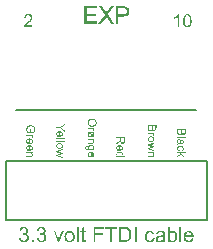
<source format=gto>
%FSLAX33Y33*%
%MOMM*%
%ADD10C,0.127*%
%ADD11C,0.15*%
D10*
%LNtop silkscreen_traces*%
%LNtop silkscreen component f98de3a3528428db*%
G01*
X16510Y11938D02*
X1270Y11938D01*
G36*
X2624Y19100D02*
X2624Y18971D01*
X1903Y18971D01*
X1904Y18995D01*
X1906Y19018D01*
X1911Y19041D01*
X1919Y19064D01*
X1935Y19101D01*
X1955Y19137D01*
X1979Y19173D01*
X2007Y19209D01*
X2041Y19246D01*
X2081Y19286D01*
X2128Y19329D01*
X2182Y19374D01*
X2264Y19443D01*
X2331Y19505D01*
X2384Y19559D01*
X2423Y19605D01*
X2450Y19647D01*
X2469Y19688D01*
X2481Y19728D01*
X2485Y19766D01*
X2481Y19805D01*
X2471Y19840D01*
X2453Y19872D01*
X2428Y19901D01*
X2398Y19925D01*
X2363Y19942D01*
X2323Y19952D01*
X2280Y19955D01*
X2234Y19952D01*
X2193Y19941D01*
X2156Y19923D01*
X2125Y19897D01*
X2099Y19866D01*
X2081Y19828D01*
X2070Y19785D01*
X2066Y19737D01*
X1928Y19751D01*
X1940Y19823D01*
X1962Y19887D01*
X1994Y19941D01*
X2035Y19986D01*
X2085Y20021D01*
X2143Y20046D01*
X2209Y20061D01*
X2283Y20066D01*
X2357Y20061D01*
X2423Y20045D01*
X2481Y20017D01*
X2531Y19979D01*
X2571Y19933D01*
X2600Y19882D01*
X2617Y19825D01*
X2623Y19764D01*
X2621Y19731D01*
X2616Y19699D01*
X2608Y19667D01*
X2596Y19635D01*
X2580Y19603D01*
X2560Y19570D01*
X2536Y19536D01*
X2507Y19502D01*
X2471Y19463D01*
X2424Y19419D01*
X2368Y19367D01*
X2301Y19310D01*
X2246Y19263D01*
X2202Y19225D01*
X2168Y19194D01*
X2146Y19172D01*
X2129Y19154D01*
X2114Y19136D01*
X2101Y19118D01*
X2089Y19100D01*
X2624Y19100D01*
X2624Y19100D01*
X15050Y18971D02*
X14916Y18971D01*
X14916Y19825D01*
X14890Y19801D01*
X14860Y19778D01*
X14826Y19755D01*
X14789Y19732D01*
X14751Y19711D01*
X14714Y19692D01*
X14680Y19676D01*
X14648Y19663D01*
X14648Y19793D01*
X14702Y19820D01*
X14753Y19851D01*
X14800Y19884D01*
X14844Y19921D01*
X14883Y19958D01*
X14916Y19995D01*
X14943Y20031D01*
X14963Y20066D01*
X15050Y20066D01*
X15050Y18971D01*
X15050Y18971D01*
X15393Y19509D02*
X15395Y19601D01*
X15403Y19684D01*
X15415Y19757D01*
X15432Y19820D01*
X15455Y19876D01*
X15482Y19925D01*
X15514Y19967D01*
X15551Y20002D01*
X15593Y20030D01*
X15639Y20050D01*
X15691Y20062D01*
X15748Y20066D01*
X15791Y20064D01*
X15831Y20058D01*
X15868Y20046D01*
X15902Y20031D01*
X15934Y20011D01*
X15963Y19988D01*
X15989Y19960D01*
X16012Y19929D01*
X16032Y19894D01*
X16050Y19855D01*
X16066Y19813D01*
X16080Y19767D01*
X16090Y19715D01*
X16098Y19655D01*
X16103Y19586D01*
X16104Y19509D01*
X16102Y19418D01*
X16094Y19336D01*
X16082Y19263D01*
X16065Y19199D01*
X16042Y19143D01*
X16015Y19095D01*
X15983Y19052D01*
X15947Y19017D01*
X15905Y18989D01*
X15858Y18968D01*
X15806Y18956D01*
X15748Y18952D01*
X15738Y18953D01*
X15748Y19063D01*
X15793Y19068D01*
X15833Y19085D01*
X15870Y19113D01*
X15904Y19152D01*
X15931Y19208D01*
X15951Y19286D01*
X15962Y19386D01*
X15966Y19509D01*
X15962Y19632D01*
X15951Y19733D01*
X15931Y19811D01*
X15904Y19867D01*
X15870Y19906D01*
X15833Y19933D01*
X15792Y19950D01*
X15747Y19955D01*
X15703Y19951D01*
X15664Y19936D01*
X15629Y19912D01*
X15600Y19877D01*
X15569Y19817D01*
X15548Y19735D01*
X15535Y19633D01*
X15530Y19509D01*
X15530Y19509D01*
X15534Y19386D01*
X15546Y19285D01*
X15566Y19207D01*
X15593Y19151D01*
X15626Y19113D01*
X15663Y19085D01*
X15704Y19068D01*
X15748Y19063D01*
X15738Y18953D01*
X15674Y18959D01*
X15608Y18981D01*
X15550Y19016D01*
X15501Y19066D01*
X15453Y19144D01*
X15420Y19244D01*
X15399Y19366D01*
X15393Y19509D01*
X15393Y19509D01*
X7018Y19253D02*
X7018Y20708D01*
X8069Y20708D01*
X8069Y20536D01*
X7210Y20536D01*
X7210Y20091D01*
X8015Y20091D01*
X8015Y19920D01*
X7210Y19920D01*
X7210Y19425D01*
X8103Y19425D01*
X8103Y19253D01*
X7018Y19253D01*
X7018Y19253D01*
X8221Y19253D02*
X8784Y20011D01*
X8288Y20708D01*
X8517Y20708D01*
X8781Y20335D01*
X8819Y20280D01*
X8851Y20232D01*
X8878Y20191D01*
X8898Y20156D01*
X8923Y20196D01*
X8951Y20237D01*
X8981Y20279D01*
X9013Y20322D01*
X9306Y20708D01*
X9515Y20708D01*
X9004Y20022D01*
X9555Y19253D01*
X9317Y19253D01*
X8951Y19772D01*
X8935Y19795D01*
X8919Y19819D01*
X8903Y19844D01*
X8887Y19869D01*
X8864Y19833D01*
X8845Y19802D01*
X8830Y19778D01*
X8818Y19760D01*
X8452Y19253D01*
X8221Y19253D01*
X8221Y19253D01*
X9724Y19253D02*
X9724Y20708D01*
X10273Y20708D01*
X10341Y20707D01*
X10401Y20704D01*
X10452Y20700D01*
X10494Y20694D01*
X10546Y20683D01*
X10593Y20668D01*
X10636Y20649D01*
X10674Y20626D01*
X10708Y20598D01*
X10739Y20566D01*
X10767Y20528D01*
X10791Y20485D01*
X10810Y20439D01*
X10824Y20391D01*
X10832Y20340D01*
X10835Y20287D01*
X10827Y20198D01*
X10805Y20116D01*
X10768Y20041D01*
X10717Y19973D01*
X10646Y19917D01*
X10551Y19877D01*
X10432Y19853D01*
X10389Y19850D01*
X10379Y20021D01*
X10452Y20034D01*
X10512Y20055D01*
X10558Y20086D01*
X10592Y20124D01*
X10617Y20169D01*
X10631Y20222D01*
X10636Y20281D01*
X10633Y20325D01*
X10625Y20366D01*
X10610Y20403D01*
X10590Y20437D01*
X10565Y20467D01*
X10537Y20491D01*
X10504Y20510D01*
X10469Y20523D01*
X10439Y20529D01*
X10399Y20533D01*
X10349Y20535D01*
X10289Y20536D01*
X9917Y20536D01*
X9917Y20016D01*
X9917Y20016D01*
X10293Y20016D01*
X10379Y20021D01*
X10389Y19850D01*
X10290Y19845D01*
X9917Y19845D01*
X9917Y19253D01*
X9724Y19253D01*
X9724Y19253D01*
G37*
%LNtop silkscreen component 9df862e34fc6b5e4*%
D11*
X17390Y7580D02*
X17390Y2580D01*
X17390Y7580D02*
X0390Y7580D01*
X0390Y2580*
X17390Y2580*
%LNtext*%
G36*
X2407Y10279D02*
X2493Y10279D01*
X2493Y9971D01*
X2223Y9971D01*
X2197Y10007D01*
X2174Y10043D01*
X2154Y10080D01*
X2138Y10117D01*
X2126Y10155D01*
X2117Y10194D01*
X2111Y10233D01*
X2110Y10272D01*
X2112Y10324D01*
X2121Y10374D01*
X2135Y10422D01*
X2155Y10467D01*
X2181Y10508D01*
X2212Y10544D01*
X2247Y10574D01*
X2288Y10599D01*
X2333Y10619D01*
X2380Y10633D01*
X2430Y10641D01*
X2482Y10644D01*
X2534Y10641D01*
X2585Y10633D01*
X2633Y10619D01*
X2680Y10599D01*
X2723Y10575D01*
X2761Y10545D01*
X2792Y10511D01*
X2817Y10472D01*
X2837Y10428D01*
X2851Y10382D01*
X2859Y10332D01*
X2862Y10280D01*
X2860Y10241D01*
X2855Y10204D01*
X2847Y10170D01*
X2836Y10137D01*
X2822Y10107D01*
X2806Y10080D01*
X2787Y10057D01*
X2765Y10037D01*
X2740Y10020D01*
X2712Y10005D01*
X2681Y9992D01*
X2646Y9982D01*
X2622Y10069D01*
X2648Y10077D01*
X2672Y10087D01*
X2692Y10098D01*
X2709Y10109D01*
X2724Y10123D01*
X2738Y10139D01*
X2750Y10158D01*
X2760Y10179D01*
X2769Y10202D01*
X2775Y10227D01*
X2778Y10252D01*
X2779Y10279D01*
X2778Y10311D01*
X2774Y10341D01*
X2768Y10368D01*
X2759Y10393D01*
X2748Y10416D01*
X2736Y10437D01*
X2722Y10455D01*
X2706Y10471D01*
X2690Y10485D01*
X2672Y10497D01*
X2654Y10508D01*
X2634Y10517D01*
X2600Y10529D01*
X2564Y10538D01*
X2527Y10543D01*
X2488Y10545D01*
X2441Y10542D01*
X2399Y10536D01*
X2360Y10526D01*
X2325Y10511D01*
X2295Y10492D01*
X2268Y10470D01*
X2246Y10444D01*
X2228Y10414D01*
X2214Y10381D01*
X2204Y10348D01*
X2198Y10313D01*
X2196Y10278D01*
X2198Y10247D01*
X2202Y10216D01*
X2210Y10186D01*
X2220Y10156D01*
X2233Y10128D01*
X2245Y10103D01*
X2258Y10082D01*
X2272Y10065D01*
X2407Y10065D01*
X2407Y10279D01*
X2407Y10279D01*
X2122Y9842D02*
X2649Y9842D01*
X2649Y9761D01*
X2569Y9761D01*
X2595Y9746D01*
X2615Y9732D01*
X2632Y9718D01*
X2643Y9704D01*
X2651Y9691D01*
X2656Y9677D01*
X2660Y9662D01*
X2661Y9647D01*
X2659Y9624D01*
X2654Y9602D01*
X2645Y9578D01*
X2632Y9555D01*
X2549Y9586D01*
X2558Y9602D01*
X2564Y9619D01*
X2567Y9635D01*
X2568Y9652D01*
X2567Y9666D01*
X2564Y9679D01*
X2559Y9692D01*
X2551Y9704D01*
X2541Y9715D01*
X2530Y9724D01*
X2517Y9732D01*
X2502Y9737D01*
X2478Y9744D01*
X2452Y9748D01*
X2426Y9751D01*
X2398Y9752D01*
X2122Y9752D01*
X2122Y9842D01*
X2122Y9842D01*
X2292Y9142D02*
X2280Y9049D01*
X2242Y9063D01*
X2208Y9080D01*
X2179Y9103D01*
X2155Y9130D01*
X2135Y9162D01*
X2121Y9197D01*
X2113Y9237D01*
X2110Y9281D01*
X2115Y9336D01*
X2128Y9385D01*
X2150Y9427D01*
X2181Y9464D01*
X2220Y9494D01*
X2267Y9515D01*
X2320Y9528D01*
X2381Y9532D01*
X2444Y9528D01*
X2499Y9515D01*
X2547Y9493D01*
X2587Y9464D01*
X2619Y9427D01*
X2642Y9385D01*
X2656Y9338D01*
X2661Y9286D01*
X2660Y9278D01*
X2587Y9285D01*
X2585Y9314D01*
X2577Y9342D01*
X2564Y9366D01*
X2546Y9388D01*
X2524Y9407D01*
X2498Y9421D01*
X2469Y9430D01*
X2436Y9435D01*
X2436Y9435D01*
X2436Y9141D01*
X2467Y9145D01*
X2494Y9152D01*
X2517Y9162D01*
X2536Y9174D01*
X2558Y9197D01*
X2574Y9223D01*
X2584Y9253D01*
X2587Y9285D01*
X2660Y9278D01*
X2656Y9235D01*
X2643Y9190D01*
X2620Y9149D01*
X2589Y9113D01*
X2549Y9084D01*
X2502Y9063D01*
X2448Y9050D01*
X2386Y9046D01*
X2382Y9046D01*
X2376Y9046D01*
X2370Y9047D01*
X2363Y9047D01*
X2363Y9440D01*
X2322Y9435D01*
X2286Y9425D01*
X2255Y9410D01*
X2230Y9391D01*
X2209Y9367D01*
X2195Y9341D01*
X2186Y9312D01*
X2184Y9280D01*
X2185Y9257D01*
X2190Y9235D01*
X2198Y9215D01*
X2209Y9197D01*
X2224Y9180D01*
X2243Y9165D01*
X2265Y9153D01*
X2292Y9142D01*
X2292Y9142D01*
X2292Y8576D02*
X2280Y8484D01*
X2242Y8497D01*
X2208Y8515D01*
X2179Y8538D01*
X2155Y8565D01*
X2135Y8597D01*
X2121Y8632D01*
X2113Y8672D01*
X2110Y8716D01*
X2115Y8771D01*
X2128Y8820D01*
X2150Y8862D01*
X2181Y8899D01*
X2220Y8929D01*
X2267Y8950D01*
X2320Y8963D01*
X2381Y8967D01*
X2444Y8963D01*
X2499Y8950D01*
X2547Y8928D01*
X2587Y8898D01*
X2619Y8862D01*
X2642Y8820D01*
X2656Y8773D01*
X2661Y8721D01*
X2660Y8713D01*
X2587Y8720D01*
X2585Y8749D01*
X2577Y8776D01*
X2564Y8801D01*
X2546Y8823D01*
X2524Y8842D01*
X2498Y8856D01*
X2469Y8865D01*
X2436Y8870D01*
X2436Y8870D01*
X2436Y8575D01*
X2467Y8580D01*
X2494Y8587D01*
X2517Y8597D01*
X2536Y8609D01*
X2558Y8632D01*
X2574Y8658D01*
X2584Y8687D01*
X2587Y8720D01*
X2660Y8713D01*
X2656Y8670D01*
X2643Y8625D01*
X2620Y8584D01*
X2589Y8548D01*
X2549Y8519D01*
X2502Y8498D01*
X2448Y8485D01*
X2386Y8481D01*
X2382Y8481D01*
X2376Y8481D01*
X2370Y8482D01*
X2363Y8482D01*
X2363Y8875D01*
X2322Y8870D01*
X2286Y8860D01*
X2255Y8845D01*
X2230Y8826D01*
X2209Y8802D01*
X2195Y8776D01*
X2186Y8747D01*
X2184Y8715D01*
X2185Y8692D01*
X2190Y8670D01*
X2198Y8650D01*
X2209Y8632D01*
X2224Y8615D01*
X2243Y8600D01*
X2265Y8588D01*
X2292Y8576D01*
X2292Y8576D01*
X2122Y8372D02*
X2649Y8372D01*
X2649Y8292D01*
X2574Y8292D01*
X2612Y8259D01*
X2639Y8221D01*
X2655Y8176D01*
X2661Y8124D01*
X2660Y8101D01*
X2656Y8078D01*
X2651Y8057D01*
X2644Y8036D01*
X2634Y8018D01*
X2624Y8002D01*
X2612Y7988D01*
X2599Y7977D01*
X2584Y7968D01*
X2568Y7960D01*
X2551Y7954D01*
X2533Y7949D01*
X2518Y7947D01*
X2499Y7945D01*
X2475Y7944D01*
X2446Y7944D01*
X2122Y7944D01*
X2122Y8033D01*
X2442Y8033D01*
X2468Y8034D01*
X2490Y8036D01*
X2509Y8039D01*
X2524Y8044D01*
X2537Y8050D01*
X2548Y8058D01*
X2558Y8068D01*
X2567Y8081D01*
X2574Y8094D01*
X2579Y8109D01*
X2582Y8126D01*
X2583Y8143D01*
X2581Y8170D01*
X2574Y8196D01*
X2563Y8220D01*
X2547Y8241D01*
X2525Y8259D01*
X2495Y8272D01*
X2456Y8280D01*
X2410Y8283D01*
X2122Y8283D01*
X2122Y8372D01*
X2122Y8372D01*
X1504Y1098D02*
X1660Y1119D01*
X1676Y1057D01*
X1697Y1005D01*
X1722Y0961D01*
X1752Y0927D01*
X1786Y0902D01*
X1824Y0883D01*
X1865Y0872D01*
X1910Y0869D01*
X1963Y0874D01*
X2011Y0888D01*
X2056Y0912D01*
X2096Y0945D01*
X2129Y0986D01*
X2153Y1031D01*
X2167Y1080D01*
X2172Y1134D01*
X2167Y1186D01*
X2154Y1233D01*
X2132Y1275D01*
X2101Y1312D01*
X2064Y1343D01*
X2022Y1364D01*
X1974Y1378D01*
X1923Y1382D01*
X1899Y1381D01*
X1873Y1378D01*
X1844Y1372D01*
X1812Y1365D01*
X1830Y1502D01*
X1837Y1501D01*
X1844Y1500D01*
X1850Y1500D01*
X1855Y1500D01*
X1904Y1503D01*
X1950Y1513D01*
X1993Y1529D01*
X2035Y1552D01*
X2070Y1582D01*
X2094Y1618D01*
X2109Y1662D01*
X2114Y1713D01*
X2111Y1754D01*
X2100Y1791D01*
X2082Y1825D01*
X2056Y1855D01*
X2025Y1880D01*
X1990Y1897D01*
X1950Y1908D01*
X1906Y1911D01*
X1862Y1908D01*
X1823Y1897D01*
X1786Y1879D01*
X1754Y1854D01*
X1726Y1822D01*
X1704Y1783D01*
X1687Y1736D01*
X1676Y1682D01*
X1520Y1710D01*
X1539Y1784D01*
X1567Y1849D01*
X1604Y1906D01*
X1650Y1954D01*
X1704Y1991D01*
X1764Y2018D01*
X1830Y2035D01*
X1903Y2040D01*
X1954Y2037D01*
X2003Y2029D01*
X2050Y2015D01*
X2094Y1995D01*
X2136Y1971D01*
X2172Y1942D01*
X2203Y1910D01*
X2229Y1873D01*
X2249Y1834D01*
X2263Y1794D01*
X2272Y1752D01*
X2275Y1709D01*
X2272Y1669D01*
X2264Y1630D01*
X2250Y1594D01*
X2231Y1559D01*
X2206Y1527D01*
X2176Y1498D01*
X2140Y1473D01*
X2100Y1451D01*
X2153Y1435D01*
X2200Y1411D01*
X2241Y1381D01*
X2275Y1343D01*
X2302Y1300D01*
X2322Y1251D01*
X2334Y1197D01*
X2338Y1138D01*
X2330Y1058D01*
X2307Y0984D01*
X2269Y0916D01*
X2216Y0855D01*
X2151Y0805D01*
X2078Y0768D01*
X1998Y0747D01*
X1909Y0739D01*
X1828Y0746D01*
X1755Y0764D01*
X1689Y0796D01*
X1630Y0839D01*
X1581Y0893D01*
X1544Y0954D01*
X1518Y1022D01*
X1504Y1098D01*
X1504Y1098D01*
X2580Y0762D02*
X2580Y0940D01*
X2758Y0940D01*
X2758Y0762D01*
X2580Y0762D01*
X2580Y0762D01*
X2987Y1098D02*
X3143Y1119D01*
X3159Y1057D01*
X3180Y1005D01*
X3205Y0961D01*
X3235Y0927D01*
X3269Y0902D01*
X3307Y0883D01*
X3348Y0872D01*
X3392Y0869D01*
X3445Y0874D01*
X3494Y0888D01*
X3538Y0912D01*
X3579Y0945D01*
X3612Y0986D01*
X3636Y1031D01*
X3650Y1080D01*
X3655Y1134D01*
X3650Y1186D01*
X3637Y1233D01*
X3615Y1275D01*
X3584Y1312D01*
X3547Y1343D01*
X3504Y1364D01*
X3457Y1378D01*
X3405Y1382D01*
X3382Y1381D01*
X3356Y1378D01*
X3327Y1372D01*
X3295Y1365D01*
X3313Y1502D01*
X3320Y1501D01*
X3327Y1500D01*
X3333Y1500D01*
X3338Y1500D01*
X3386Y1503D01*
X3433Y1513D01*
X3476Y1529D01*
X3517Y1552D01*
X3552Y1582D01*
X3577Y1618D01*
X3592Y1662D01*
X3597Y1713D01*
X3594Y1754D01*
X3583Y1791D01*
X3565Y1825D01*
X3539Y1855D01*
X3508Y1880D01*
X3472Y1897D01*
X3433Y1908D01*
X3389Y1911D01*
X3345Y1908D01*
X3305Y1897D01*
X3269Y1879D01*
X3237Y1854D01*
X3209Y1822D01*
X3187Y1783D01*
X3170Y1736D01*
X3159Y1682D01*
X3003Y1710D01*
X3021Y1784D01*
X3049Y1849D01*
X3087Y1906D01*
X3133Y1954D01*
X3187Y1991D01*
X3247Y2018D01*
X3313Y2035D01*
X3385Y2040D01*
X3436Y2037D01*
X3485Y2029D01*
X3532Y2015D01*
X3577Y1995D01*
X3619Y1971D01*
X3655Y1942D01*
X3686Y1910D01*
X3711Y1873D01*
X3732Y1834D01*
X3746Y1794D01*
X3755Y1752D01*
X3758Y1709D01*
X3755Y1669D01*
X3747Y1630D01*
X3733Y1594D01*
X3714Y1559D01*
X3689Y1527D01*
X3659Y1498D01*
X3623Y1473D01*
X3583Y1451D01*
X3636Y1435D01*
X3683Y1411D01*
X3723Y1381D01*
X3758Y1343D01*
X3785Y1300D01*
X3805Y1251D01*
X3816Y1197D01*
X3820Y1138D01*
X3813Y1058D01*
X3790Y0984D01*
X3752Y0916D01*
X3699Y0855D01*
X3634Y0805D01*
X3561Y0768D01*
X3480Y0747D01*
X3392Y0739D01*
X3311Y0746D01*
X3238Y0764D01*
X3172Y0796D01*
X3113Y0839D01*
X3064Y0893D01*
X3026Y0954D01*
X3001Y1022D01*
X2987Y1098D01*
X2987Y1098D01*
X4768Y0762D02*
X4418Y1684D01*
X4583Y1684D01*
X4781Y1132D01*
X4796Y1087D01*
X4811Y1041D01*
X4826Y0994D01*
X4840Y0946D01*
X4851Y0984D01*
X4865Y1026D01*
X4880Y1072D01*
X4898Y1121D01*
X5103Y1684D01*
X5263Y1684D01*
X4914Y0762D01*
X4768Y0762D01*
X4768Y0762D01*
X5343Y1223D02*
X5352Y1343D01*
X5379Y1446D01*
X5423Y1532D01*
X5486Y1602D01*
X5548Y1647D01*
X5618Y1679D01*
X5693Y1698D01*
X5776Y1705D01*
X5866Y1697D01*
X5948Y1674D01*
X6022Y1635D01*
X6086Y1580D01*
X6139Y1512D01*
X6177Y1432D01*
X6199Y1340D01*
X6207Y1236D01*
X6204Y1152D01*
X6194Y1077D01*
X6177Y1012D01*
X6154Y0956D01*
X6124Y0908D01*
X6088Y0865D01*
X6046Y0829D01*
X5998Y0798D01*
X5946Y0773D01*
X5892Y0755D01*
X5835Y0745D01*
X5776Y0741D01*
X5765Y0742D01*
X5776Y0870D01*
X5831Y0875D01*
X5882Y0892D01*
X5928Y0919D01*
X5969Y0958D01*
X6003Y1008D01*
X6027Y1070D01*
X6042Y1143D01*
X6046Y1228D01*
X6042Y1309D01*
X6027Y1379D01*
X6003Y1438D01*
X5969Y1487D01*
X5927Y1526D01*
X5882Y1553D01*
X5831Y1570D01*
X5776Y1575D01*
X5719Y1570D01*
X5668Y1554D01*
X5622Y1526D01*
X5581Y1488D01*
X5547Y1438D01*
X5523Y1378D01*
X5509Y1306D01*
X5504Y1223D01*
X5504Y1223D01*
X5509Y1140D01*
X5523Y1068D01*
X5547Y1007D01*
X5581Y0958D01*
X5622Y0919D01*
X5668Y0892D01*
X5719Y0875D01*
X5776Y0870D01*
X5765Y0742D01*
X5683Y0749D01*
X5600Y0772D01*
X5527Y0811D01*
X5463Y0865D01*
X5410Y0934D01*
X5373Y1017D01*
X5351Y1113D01*
X5343Y1223D01*
X5343Y1223D01*
X6387Y0762D02*
X6387Y2035D01*
X6543Y2035D01*
X6543Y0762D01*
X6387Y0762D01*
X6387Y0762D01*
X7126Y0902D02*
X7149Y0764D01*
X7117Y0758D01*
X7086Y0753D01*
X7058Y0751D01*
X7031Y0750D01*
X6991Y0752D01*
X6955Y0757D01*
X6925Y0765D01*
X6899Y0777D01*
X6877Y0791D01*
X6859Y0808D01*
X6844Y0827D01*
X6833Y0848D01*
X6825Y0875D01*
X6819Y0916D01*
X6815Y0968D01*
X6814Y1032D01*
X6814Y1562D01*
X6699Y1562D01*
X6699Y1684D01*
X6814Y1684D01*
X6814Y1912D01*
X6969Y2006D01*
X6969Y1684D01*
X7126Y1684D01*
X7126Y1562D01*
X6969Y1562D01*
X6969Y1023D01*
X6970Y0993D01*
X6971Y0968D01*
X6974Y0950D01*
X6977Y0937D01*
X6982Y0928D01*
X6988Y0920D01*
X6996Y0913D01*
X7004Y0907D01*
X7015Y0902D01*
X7027Y0899D01*
X7041Y0896D01*
X7058Y0896D01*
X7072Y0896D01*
X7088Y0897D01*
X7106Y0899D01*
X7126Y0902D01*
X7126Y0902D01*
X7802Y0762D02*
X7802Y2035D01*
X8660Y2035D01*
X8660Y1885D01*
X7970Y1885D01*
X7970Y1490D01*
X8567Y1490D01*
X8567Y1340D01*
X7970Y1340D01*
X7970Y0762D01*
X7802Y0762D01*
X7802Y0762D01*
X9203Y0762D02*
X9203Y1885D01*
X8784Y1885D01*
X8784Y2035D01*
X9792Y2035D01*
X9792Y1885D01*
X9371Y1885D01*
X9371Y0762D01*
X9203Y0762D01*
X9203Y0762D01*
X9965Y0762D02*
X9965Y2035D01*
X10401Y2035D01*
X10401Y1885D01*
X10134Y1885D01*
X10134Y0912D01*
X10134Y0912D01*
X10405Y0912D01*
X10465Y0914D01*
X10518Y0918D01*
X10564Y0925D01*
X10603Y0936D01*
X10637Y0949D01*
X10667Y0964D01*
X10694Y0982D01*
X10717Y1002D01*
X10745Y1034D01*
X10770Y1072D01*
X10792Y1115D01*
X10810Y1163D01*
X10825Y1216D01*
X10835Y1275D01*
X10842Y1339D01*
X10844Y1408D01*
X10840Y1502D01*
X10827Y1584D01*
X10807Y1655D01*
X10778Y1715D01*
X10744Y1764D01*
X10706Y1804D01*
X10664Y1836D01*
X10619Y1858D01*
X10580Y1870D01*
X10531Y1878D01*
X10471Y1883D01*
X10401Y1885D01*
X10401Y2035D01*
X10404Y2035D01*
X10473Y2034D01*
X10534Y2030D01*
X10587Y2024D01*
X10630Y2016D01*
X10683Y2001D01*
X10732Y1981D01*
X10776Y1956D01*
X10817Y1925D01*
X10864Y1880D01*
X10905Y1828D01*
X10939Y1771D01*
X10967Y1708D01*
X10989Y1639D01*
X11005Y1566D01*
X11014Y1488D01*
X11017Y1405D01*
X11015Y1335D01*
X11009Y1269D01*
X10998Y1206D01*
X10984Y1148D01*
X10965Y1095D01*
X10945Y1046D01*
X10922Y1002D01*
X10897Y0963D01*
X10870Y0928D01*
X10841Y0897D01*
X10812Y0871D01*
X10781Y0848D01*
X10748Y0828D01*
X10711Y0811D01*
X10672Y0796D01*
X10629Y0784D01*
X10583Y0774D01*
X10533Y0767D01*
X10480Y0763D01*
X10424Y0762D01*
X9965Y0762D01*
X9965Y0762D01*
X11278Y0762D02*
X11278Y2035D01*
X11446Y2035D01*
X11446Y0762D01*
X11278Y0762D01*
X11278Y0762D01*
X12819Y1100D02*
X12972Y1080D01*
X12955Y1005D01*
X12928Y0938D01*
X12891Y0880D01*
X12844Y0831D01*
X12789Y0792D01*
X12728Y0764D01*
X12661Y0747D01*
X12589Y0741D01*
X12499Y0749D01*
X12418Y0772D01*
X12347Y0811D01*
X12284Y0865D01*
X12234Y0933D01*
X12198Y1015D01*
X12177Y1111D01*
X12169Y1220D01*
X12173Y1292D01*
X12182Y1360D01*
X12197Y1423D01*
X12219Y1481D01*
X12247Y1533D01*
X12281Y1579D01*
X12322Y1617D01*
X12370Y1649D01*
X12421Y1673D01*
X12475Y1691D01*
X12531Y1701D01*
X12590Y1705D01*
X12661Y1700D01*
X12726Y1686D01*
X12784Y1662D01*
X12835Y1629D01*
X12879Y1587D01*
X12914Y1537D01*
X12940Y1479D01*
X12958Y1413D01*
X12806Y1390D01*
X12793Y1433D01*
X12776Y1471D01*
X12754Y1503D01*
X12729Y1529D01*
X12700Y1550D01*
X12668Y1565D01*
X12633Y1573D01*
X12596Y1576D01*
X12539Y1571D01*
X12489Y1555D01*
X12443Y1529D01*
X12404Y1492D01*
X12372Y1443D01*
X12348Y1382D01*
X12335Y1309D01*
X12330Y1224D01*
X12334Y1137D01*
X12348Y1063D01*
X12370Y1002D01*
X12401Y0954D01*
X12440Y0917D01*
X12483Y0891D01*
X12532Y0875D01*
X12587Y0870D01*
X12631Y0873D01*
X12671Y0884D01*
X12708Y0901D01*
X12741Y0926D01*
X12769Y0958D01*
X12791Y0998D01*
X12808Y1045D01*
X12819Y1100D01*
X12819Y1100D01*
X13708Y0876D02*
X13665Y0842D01*
X13659Y0837D01*
X13599Y0925D01*
X13627Y0950D01*
X13651Y0979D01*
X13670Y1011D01*
X13681Y1041D01*
X13689Y1077D01*
X13693Y1119D01*
X13695Y1167D01*
X13695Y1225D01*
X13695Y1225D01*
X13647Y1208D01*
X13588Y1193D01*
X13519Y1179D01*
X13440Y1166D01*
X13395Y1159D01*
X13357Y1151D01*
X13327Y1143D01*
X13303Y1134D01*
X13284Y1125D01*
X13268Y1113D01*
X13254Y1099D01*
X13242Y1084D01*
X13232Y1066D01*
X13225Y1048D01*
X13221Y1029D01*
X13220Y1009D01*
X13223Y0979D01*
X13232Y0952D01*
X13247Y0927D01*
X13267Y0905D01*
X13294Y0887D01*
X13326Y0874D01*
X13363Y0866D01*
X13406Y0864D01*
X13450Y0866D01*
X13491Y0873D01*
X13530Y0886D01*
X13566Y0903D01*
X13599Y0925D01*
X13659Y0837D01*
X13623Y0813D01*
X13581Y0789D01*
X13541Y0772D01*
X13500Y0758D01*
X13457Y0749D01*
X13414Y0743D01*
X13368Y0741D01*
X13297Y0746D01*
X13234Y0760D01*
X13180Y0783D01*
X13135Y0815D01*
X13099Y0855D01*
X13074Y0900D01*
X13058Y0950D01*
X13053Y1005D01*
X13055Y1038D01*
X13061Y1070D01*
X13071Y1100D01*
X13084Y1129D01*
X13101Y1155D01*
X13120Y1179D01*
X13141Y1200D01*
X13165Y1219D01*
X13191Y1235D01*
X13218Y1248D01*
X13247Y1260D01*
X13277Y1270D01*
X13303Y1276D01*
X13335Y1282D01*
X13373Y1288D01*
X13416Y1293D01*
X13505Y1305D01*
X13580Y1318D01*
X13644Y1332D01*
X13695Y1347D01*
X13695Y1362D01*
X13695Y1373D01*
X13696Y1382D01*
X13696Y1388D01*
X13693Y1432D01*
X13685Y1469D01*
X13671Y1499D01*
X13651Y1523D01*
X13618Y1546D01*
X13577Y1562D01*
X13529Y1572D01*
X13473Y1575D01*
X13422Y1573D01*
X13378Y1566D01*
X13341Y1554D01*
X13311Y1537D01*
X13286Y1514D01*
X13265Y1483D01*
X13247Y1445D01*
X13233Y1400D01*
X13080Y1421D01*
X13092Y1468D01*
X13108Y1510D01*
X13127Y1547D01*
X13149Y1579D01*
X13175Y1608D01*
X13207Y1633D01*
X13244Y1654D01*
X13287Y1672D01*
X13334Y1687D01*
X13384Y1697D01*
X13438Y1703D01*
X13496Y1705D01*
X13552Y1703D01*
X13603Y1698D01*
X13648Y1689D01*
X13688Y1677D01*
X13722Y1662D01*
X13752Y1646D01*
X13777Y1627D01*
X13796Y1607D01*
X13812Y1585D01*
X13826Y1560D01*
X13837Y1532D01*
X13845Y1501D01*
X13848Y1477D01*
X13851Y1445D01*
X13852Y1405D01*
X13853Y1357D01*
X13853Y1148D01*
X13853Y1049D01*
X13855Y0970D01*
X13858Y0912D01*
X13863Y0873D01*
X13869Y0844D01*
X13878Y0816D01*
X13889Y0789D01*
X13902Y0762D01*
X13739Y0762D01*
X13728Y0787D01*
X13719Y0815D01*
X13712Y0844D01*
X13708Y0876D01*
X13708Y0876D01*
X14239Y0762D02*
X14094Y0762D01*
X14094Y2035D01*
X14250Y2035D01*
X14250Y1581D01*
X14303Y1635D01*
X14363Y1674D01*
X14430Y1697D01*
X14503Y1705D01*
X14545Y1703D01*
X14586Y1696D01*
X14626Y1686D01*
X14664Y1671D01*
X14700Y1652D01*
X14733Y1629D01*
X14763Y1603D01*
X14789Y1574D01*
X14812Y1542D01*
X14833Y1506D01*
X14851Y1467D01*
X14866Y1424D01*
X14878Y1380D01*
X14887Y1334D01*
X14892Y1286D01*
X14894Y1237D01*
X14886Y1125D01*
X14864Y1027D01*
X14828Y0942D01*
X14777Y0871D01*
X14715Y0814D01*
X14648Y0774D01*
X14574Y0749D01*
X14495Y0741D01*
X14418Y0750D01*
X14350Y0775D01*
X14290Y0818D01*
X14245Y0871D01*
X14323Y0938D01*
X14369Y0900D01*
X14423Y0877D01*
X14482Y0870D01*
X14532Y0875D01*
X14578Y0892D01*
X14620Y0920D01*
X14659Y0959D01*
X14692Y1009D01*
X14715Y1069D01*
X14729Y1141D01*
X14734Y1224D01*
X14730Y1308D01*
X14716Y1381D01*
X14694Y1442D01*
X14662Y1490D01*
X14625Y1528D01*
X14583Y1555D01*
X14538Y1571D01*
X14489Y1576D01*
X14440Y1571D01*
X14394Y1554D01*
X14351Y1526D01*
X14312Y1487D01*
X14279Y1438D01*
X14256Y1379D01*
X14242Y1309D01*
X14237Y1230D01*
X14237Y1230D01*
X14240Y1153D01*
X14249Y1087D01*
X14263Y1033D01*
X14283Y0990D01*
X14323Y0938D01*
X14245Y0871D01*
X14239Y0877D01*
X14239Y0762D01*
X14239Y0762D01*
X15080Y0762D02*
X15080Y2035D01*
X15237Y2035D01*
X15237Y0762D01*
X15080Y0762D01*
X15080Y0762D01*
X16110Y1059D02*
X16272Y1039D01*
X16248Y0972D01*
X16217Y0913D01*
X16178Y0862D01*
X16130Y0819D01*
X16075Y0785D01*
X16012Y0761D01*
X15943Y0746D01*
X15866Y0741D01*
X15770Y0749D01*
X15685Y0772D01*
X15610Y0811D01*
X15545Y0866D01*
X15493Y0934D01*
X15456Y1015D01*
X15434Y1109D01*
X15427Y1215D01*
X15434Y1325D01*
X15457Y1422D01*
X15494Y1506D01*
X15547Y1576D01*
X15611Y1633D01*
X15684Y1673D01*
X15766Y1697D01*
X15857Y1705D01*
X15871Y1704D01*
X15859Y1576D01*
X15807Y1572D01*
X15760Y1558D01*
X15717Y1536D01*
X15678Y1504D01*
X15646Y1465D01*
X15621Y1420D01*
X15605Y1369D01*
X15597Y1312D01*
X15597Y1312D01*
X16112Y1312D01*
X16104Y1366D01*
X16092Y1413D01*
X16075Y1453D01*
X16053Y1486D01*
X16013Y1526D01*
X15967Y1554D01*
X15916Y1571D01*
X15859Y1576D01*
X15871Y1704D01*
X15946Y1697D01*
X16025Y1673D01*
X16097Y1634D01*
X16160Y1579D01*
X16211Y1510D01*
X16247Y1427D01*
X16269Y1332D01*
X16277Y1225D01*
X16277Y1217D01*
X16277Y1207D01*
X16276Y1196D01*
X16276Y1183D01*
X15588Y1183D01*
X15597Y1112D01*
X15614Y1049D01*
X15640Y0995D01*
X15674Y0950D01*
X15715Y0915D01*
X15761Y0890D01*
X15812Y0875D01*
X15867Y0870D01*
X15908Y0872D01*
X15947Y0881D01*
X15982Y0895D01*
X16014Y0915D01*
X16042Y0941D01*
X16068Y0973D01*
X16091Y1013D01*
X16110Y1059D01*
X16110Y1059D01*
X14898Y10335D02*
X15625Y10335D01*
X15625Y10062D01*
X15624Y10022D01*
X15620Y9987D01*
X15613Y9956D01*
X15603Y9928D01*
X15591Y9905D01*
X15575Y9883D01*
X15557Y9865D01*
X15535Y9849D01*
X15512Y9837D01*
X15488Y9828D01*
X15464Y9823D01*
X15439Y9821D01*
X15416Y9823D01*
X15394Y9827D01*
X15373Y9835D01*
X15352Y9846D01*
X15332Y9860D01*
X15314Y9878D01*
X15299Y9899D01*
X15285Y9923D01*
X15216Y9951D01*
X15222Y9964D01*
X15227Y9985D01*
X15231Y10009D01*
X15233Y10038D01*
X15234Y10070D01*
X15234Y10239D01*
X14984Y10239D01*
X14984Y10239D01*
X14984Y10058D01*
X14984Y10036D01*
X14985Y10018D01*
X14986Y10003D01*
X14987Y9992D01*
X14991Y9976D01*
X14995Y9962D01*
X15001Y9948D01*
X15007Y9937D01*
X15015Y9926D01*
X15024Y9916D01*
X15035Y9908D01*
X15048Y9900D01*
X15062Y9894D01*
X15076Y9889D01*
X15092Y9886D01*
X15109Y9885D01*
X15129Y9887D01*
X15147Y9891D01*
X15164Y9897D01*
X15180Y9906D01*
X15194Y9918D01*
X15205Y9931D01*
X15215Y9947D01*
X15216Y9951D01*
X15285Y9923D01*
X15343Y9957D01*
X15353Y9945D01*
X15365Y9934D01*
X15378Y9926D01*
X15393Y9920D01*
X15410Y9917D01*
X15428Y9916D01*
X15446Y9917D01*
X15462Y9920D01*
X15477Y9925D01*
X15492Y9933D01*
X15504Y9943D01*
X15515Y9954D01*
X15523Y9967D01*
X15529Y9983D01*
X15534Y10002D01*
X15537Y10026D01*
X15539Y10057D01*
X15540Y10093D01*
X15540Y10239D01*
X15320Y10239D01*
X15320Y10239D01*
X15320Y10081D01*
X15320Y10052D01*
X15322Y10026D01*
X15325Y10006D01*
X15328Y9990D01*
X15335Y9972D01*
X15343Y9957D01*
X15285Y9923D01*
X15274Y9892D01*
X15259Y9864D01*
X15241Y9841D01*
X15219Y9821D01*
X15195Y9806D01*
X15168Y9795D01*
X15140Y9788D01*
X15109Y9786D01*
X15084Y9787D01*
X15060Y9791D01*
X15036Y9798D01*
X15014Y9807D01*
X14993Y9819D01*
X14975Y9831D01*
X14959Y9845D01*
X14946Y9861D01*
X14935Y9878D01*
X14925Y9896D01*
X14917Y9917D01*
X14910Y9940D01*
X14905Y9966D01*
X14901Y9994D01*
X14899Y10024D01*
X14898Y10058D01*
X14898Y10335D01*
X14898Y10335D01*
X14898Y9667D02*
X15625Y9667D01*
X15625Y9577D01*
X14898Y9577D01*
X14898Y9667D01*
X14898Y9667D01*
X14963Y9095D02*
X14944Y9120D01*
X14941Y9123D01*
X14991Y9157D01*
X15006Y9141D01*
X15022Y9128D01*
X15041Y9117D01*
X15058Y9111D01*
X15078Y9106D01*
X15102Y9103D01*
X15130Y9103D01*
X15163Y9103D01*
X15163Y9103D01*
X15153Y9130D01*
X15144Y9163D01*
X15136Y9203D01*
X15129Y9248D01*
X15125Y9274D01*
X15120Y9295D01*
X15116Y9313D01*
X15111Y9326D01*
X15105Y9337D01*
X15099Y9347D01*
X15091Y9355D01*
X15082Y9362D01*
X15072Y9367D01*
X15062Y9371D01*
X15051Y9373D01*
X15040Y9374D01*
X15022Y9372D01*
X15007Y9367D01*
X14993Y9359D01*
X14980Y9347D01*
X14970Y9332D01*
X14962Y9314D01*
X14958Y9292D01*
X14956Y9268D01*
X14958Y9243D01*
X14962Y9219D01*
X14969Y9197D01*
X14979Y9176D01*
X14991Y9157D01*
X14941Y9123D01*
X14927Y9144D01*
X14914Y9167D01*
X14904Y9191D01*
X14896Y9214D01*
X14891Y9238D01*
X14887Y9263D01*
X14886Y9289D01*
X14889Y9330D01*
X14897Y9366D01*
X14910Y9397D01*
X14929Y9423D01*
X14951Y9443D01*
X14977Y9458D01*
X15006Y9466D01*
X15037Y9469D01*
X15056Y9468D01*
X15074Y9465D01*
X15091Y9459D01*
X15108Y9452D01*
X15123Y9442D01*
X15137Y9431D01*
X15149Y9419D01*
X15159Y9405D01*
X15168Y9391D01*
X15176Y9375D01*
X15183Y9359D01*
X15188Y9341D01*
X15192Y9326D01*
X15195Y9308D01*
X15199Y9287D01*
X15202Y9262D01*
X15209Y9211D01*
X15216Y9168D01*
X15224Y9132D01*
X15233Y9103D01*
X15241Y9102D01*
X15248Y9102D01*
X15253Y9102D01*
X15256Y9102D01*
X15281Y9104D01*
X15302Y9108D01*
X15320Y9116D01*
X15333Y9127D01*
X15346Y9147D01*
X15355Y9170D01*
X15361Y9197D01*
X15363Y9229D01*
X15362Y9259D01*
X15358Y9284D01*
X15351Y9305D01*
X15341Y9322D01*
X15328Y9336D01*
X15310Y9348D01*
X15289Y9358D01*
X15263Y9367D01*
X15275Y9454D01*
X15301Y9447D01*
X15325Y9438D01*
X15347Y9427D01*
X15365Y9415D01*
X15382Y9399D01*
X15396Y9381D01*
X15408Y9360D01*
X15418Y9336D01*
X15426Y9309D01*
X15432Y9280D01*
X15436Y9249D01*
X15437Y9216D01*
X15436Y9184D01*
X15433Y9155D01*
X15428Y9129D01*
X15421Y9107D01*
X15413Y9087D01*
X15403Y9070D01*
X15393Y9056D01*
X15381Y9045D01*
X15368Y9035D01*
X15354Y9028D01*
X15338Y9021D01*
X15320Y9017D01*
X15307Y9015D01*
X15288Y9013D01*
X15265Y9013D01*
X15238Y9012D01*
X15119Y9012D01*
X15062Y9012D01*
X15017Y9011D01*
X14984Y9009D01*
X14961Y9007D01*
X14945Y9003D01*
X14929Y8998D01*
X14914Y8992D01*
X14898Y8984D01*
X14898Y9077D01*
X14913Y9084D01*
X14928Y9089D01*
X14945Y9093D01*
X14963Y9095D01*
X14963Y9095D01*
X15091Y8530D02*
X15080Y8442D01*
X15037Y8452D01*
X14999Y8468D01*
X14966Y8489D01*
X14938Y8516D01*
X14915Y8547D01*
X14899Y8582D01*
X14890Y8620D01*
X14886Y8662D01*
X14891Y8713D01*
X14904Y8759D01*
X14926Y8800D01*
X14957Y8835D01*
X14996Y8864D01*
X15043Y8885D01*
X15097Y8897D01*
X15160Y8901D01*
X15201Y8899D01*
X15240Y8894D01*
X15276Y8885D01*
X15309Y8873D01*
X15339Y8857D01*
X15365Y8837D01*
X15387Y8814D01*
X15405Y8787D01*
X15419Y8757D01*
X15429Y8726D01*
X15435Y8694D01*
X15437Y8661D01*
X15434Y8620D01*
X15426Y8583D01*
X15413Y8550D01*
X15394Y8521D01*
X15370Y8496D01*
X15341Y8476D01*
X15308Y8461D01*
X15270Y8451D01*
X15257Y8538D01*
X15282Y8545D01*
X15303Y8555D01*
X15322Y8567D01*
X15337Y8581D01*
X15348Y8598D01*
X15357Y8616D01*
X15362Y8636D01*
X15364Y8658D01*
X15361Y8690D01*
X15351Y8719D01*
X15336Y8745D01*
X15315Y8767D01*
X15287Y8786D01*
X15253Y8799D01*
X15211Y8807D01*
X15162Y8809D01*
X15113Y8807D01*
X15070Y8799D01*
X15036Y8787D01*
X15008Y8769D01*
X14987Y8747D01*
X14972Y8722D01*
X14963Y8694D01*
X14960Y8663D01*
X14962Y8637D01*
X14968Y8614D01*
X14978Y8593D01*
X14992Y8575D01*
X15010Y8559D01*
X15033Y8546D01*
X15060Y8536D01*
X15091Y8530D01*
X15091Y8530D01*
X14898Y8365D02*
X15625Y8365D01*
X15625Y8276D01*
X15211Y8276D01*
X15425Y8065D01*
X15425Y7949D01*
X15230Y8151D01*
X14898Y7929D01*
X14898Y8039D01*
X15168Y8213D01*
X15107Y8276D01*
X14898Y8276D01*
X14898Y8365D01*
X14898Y8365D01*
X9742Y9658D02*
X10469Y9658D01*
X10469Y9336D01*
X10468Y9290D01*
X10464Y9250D01*
X10458Y9216D01*
X10450Y9188D01*
X10438Y9164D01*
X10423Y9142D01*
X10403Y9123D01*
X10380Y9107D01*
X10355Y9094D01*
X10328Y9084D01*
X10300Y9078D01*
X10271Y9077D01*
X10234Y9080D01*
X10200Y9089D01*
X10168Y9105D01*
X10140Y9127D01*
X10116Y9155D01*
X10097Y9190D01*
X10083Y9233D01*
X10078Y9257D01*
X10156Y9272D01*
X10162Y9252D01*
X10170Y9234D01*
X10180Y9219D01*
X10192Y9206D01*
X10206Y9195D01*
X10221Y9187D01*
X10237Y9181D01*
X10254Y9177D01*
X10271Y9176D01*
X10295Y9178D01*
X10318Y9185D01*
X10338Y9197D01*
X10356Y9213D01*
X10370Y9235D01*
X10381Y9262D01*
X10387Y9294D01*
X10389Y9332D01*
X10389Y9562D01*
X10148Y9562D01*
X10148Y9562D01*
X10148Y9355D01*
X10149Y9324D01*
X10152Y9296D01*
X10156Y9272D01*
X10078Y9257D01*
X10073Y9281D01*
X10064Y9263D01*
X10055Y9248D01*
X10046Y9234D01*
X10037Y9223D01*
X10016Y9203D01*
X9993Y9182D01*
X9968Y9163D01*
X9940Y9144D01*
X9742Y9017D01*
X9742Y9138D01*
X9893Y9234D01*
X9924Y9254D01*
X9951Y9273D01*
X9974Y9289D01*
X9994Y9304D01*
X10010Y9317D01*
X10023Y9330D01*
X10034Y9341D01*
X10042Y9353D01*
X10049Y9363D01*
X10054Y9374D01*
X10058Y9385D01*
X10061Y9397D01*
X10063Y9406D01*
X10064Y9418D01*
X10065Y9433D01*
X10065Y9450D01*
X10065Y9562D01*
X9742Y9562D01*
X9742Y9658D01*
X9742Y9658D01*
X9912Y8576D02*
X9900Y8484D01*
X9862Y8497D01*
X9828Y8515D01*
X9799Y8538D01*
X9775Y8565D01*
X9755Y8597D01*
X9741Y8632D01*
X9733Y8672D01*
X9730Y8716D01*
X9735Y8771D01*
X9748Y8820D01*
X9770Y8862D01*
X9801Y8899D01*
X9840Y8929D01*
X9887Y8950D01*
X9940Y8963D01*
X10001Y8967D01*
X10064Y8963D01*
X10119Y8950D01*
X10167Y8928D01*
X10207Y8898D01*
X10239Y8862D01*
X10262Y8820D01*
X10276Y8773D01*
X10281Y8721D01*
X10280Y8713D01*
X10207Y8720D01*
X10205Y8749D01*
X10197Y8776D01*
X10184Y8801D01*
X10166Y8823D01*
X10144Y8842D01*
X10118Y8856D01*
X10089Y8865D01*
X10056Y8870D01*
X10056Y8870D01*
X10056Y8575D01*
X10087Y8580D01*
X10114Y8587D01*
X10137Y8597D01*
X10156Y8609D01*
X10178Y8632D01*
X10194Y8658D01*
X10204Y8687D01*
X10207Y8720D01*
X10280Y8713D01*
X10276Y8670D01*
X10263Y8625D01*
X10240Y8584D01*
X10209Y8548D01*
X10169Y8519D01*
X10122Y8498D01*
X10068Y8485D01*
X10006Y8481D01*
X10002Y8481D01*
X9996Y8481D01*
X9990Y8482D01*
X9983Y8482D01*
X9983Y8875D01*
X9942Y8870D01*
X9906Y8860D01*
X9875Y8845D01*
X9850Y8826D01*
X9829Y8802D01*
X9815Y8776D01*
X9806Y8747D01*
X9804Y8715D01*
X9805Y8692D01*
X9810Y8670D01*
X9818Y8650D01*
X9829Y8632D01*
X9844Y8615D01*
X9863Y8600D01*
X9885Y8588D01*
X9912Y8576D01*
X9912Y8576D01*
X9742Y8030D02*
X9808Y8030D01*
X9850Y8071D01*
X9851Y8070D01*
X9878Y8052D01*
X9912Y8039D01*
X9952Y8031D01*
X9997Y8029D01*
X10048Y8031D01*
X10091Y8039D01*
X10127Y8052D01*
X10156Y8070D01*
X10178Y8093D01*
X10194Y8117D01*
X10204Y8144D01*
X10207Y8173D01*
X10204Y8202D01*
X10195Y8228D01*
X10179Y8251D01*
X10158Y8273D01*
X10130Y8290D01*
X10096Y8303D01*
X10054Y8310D01*
X10005Y8313D01*
X10005Y8313D01*
X9958Y8310D01*
X9917Y8302D01*
X9882Y8289D01*
X9854Y8270D01*
X9832Y8248D01*
X9816Y8223D01*
X9807Y8197D01*
X9804Y8169D01*
X9807Y8141D01*
X9815Y8115D01*
X9830Y8091D01*
X9850Y8071D01*
X9808Y8030D01*
X9774Y8058D01*
X9750Y8092D01*
X9735Y8132D01*
X9730Y8178D01*
X9732Y8208D01*
X9739Y8238D01*
X9750Y8266D01*
X9765Y8293D01*
X9784Y8318D01*
X9806Y8340D01*
X9832Y8359D01*
X9862Y8375D01*
X9894Y8388D01*
X9929Y8397D01*
X9966Y8403D01*
X10005Y8404D01*
X10043Y8403D01*
X10080Y8398D01*
X10115Y8390D01*
X10148Y8378D01*
X10178Y8363D01*
X10205Y8345D01*
X10228Y8324D01*
X10247Y8299D01*
X10262Y8272D01*
X10272Y8243D01*
X10279Y8213D01*
X10281Y8182D01*
X10280Y8158D01*
X10276Y8137D01*
X10269Y8116D01*
X10261Y8097D01*
X10250Y8079D01*
X10238Y8063D01*
X10224Y8049D01*
X10208Y8036D01*
X10469Y8036D01*
X10469Y7947D01*
X9742Y7947D01*
X9742Y8030D01*
X9742Y8030D01*
X4662Y10490D02*
X4970Y10490D01*
X5389Y10771D01*
X5389Y10654D01*
X5170Y10510D01*
X5139Y10491D01*
X5108Y10472D01*
X5078Y10454D01*
X5047Y10436D01*
X5076Y10419D01*
X5108Y10400D01*
X5141Y10379D01*
X5175Y10357D01*
X5389Y10216D01*
X5389Y10104D01*
X4970Y10394D01*
X4662Y10394D01*
X4662Y10490D01*
X4662Y10490D01*
X4832Y9762D02*
X4820Y9669D01*
X4782Y9683D01*
X4748Y9700D01*
X4719Y9723D01*
X4695Y9750D01*
X4675Y9782D01*
X4661Y9817D01*
X4653Y9857D01*
X4650Y9901D01*
X4655Y9956D01*
X4668Y10005D01*
X4690Y10047D01*
X4721Y10084D01*
X4760Y10114D01*
X4807Y10135D01*
X4860Y10148D01*
X4921Y10152D01*
X4984Y10148D01*
X5039Y10135D01*
X5087Y10114D01*
X5127Y10084D01*
X5159Y10047D01*
X5182Y10005D01*
X5196Y9958D01*
X5201Y9906D01*
X5200Y9898D01*
X5127Y9905D01*
X5125Y9935D01*
X5117Y9962D01*
X5104Y9986D01*
X5086Y10008D01*
X5064Y10027D01*
X5038Y10041D01*
X5009Y10050D01*
X4976Y10055D01*
X4976Y10055D01*
X4976Y9761D01*
X5007Y9765D01*
X5034Y9772D01*
X5057Y9782D01*
X5076Y9794D01*
X5098Y9817D01*
X5114Y9843D01*
X5124Y9873D01*
X5127Y9905D01*
X5200Y9898D01*
X5196Y9856D01*
X5183Y9810D01*
X5160Y9769D01*
X5129Y9733D01*
X5089Y9704D01*
X5042Y9683D01*
X4988Y9671D01*
X4926Y9666D01*
X4922Y9666D01*
X4916Y9666D01*
X4910Y9667D01*
X4903Y9667D01*
X4903Y10060D01*
X4862Y10055D01*
X4826Y10045D01*
X4795Y10030D01*
X4770Y10011D01*
X4749Y9987D01*
X4735Y9961D01*
X4726Y9932D01*
X4724Y9901D01*
X4725Y9877D01*
X4730Y9855D01*
X4738Y9835D01*
X4749Y9817D01*
X4764Y9800D01*
X4783Y9786D01*
X4805Y9773D01*
X4832Y9762D01*
X4832Y9762D01*
X4662Y9559D02*
X5389Y9559D01*
X5389Y9470D01*
X4662Y9470D01*
X4662Y9559D01*
X4662Y9559D01*
X4662Y9333D02*
X5389Y9333D01*
X5389Y9244D01*
X4662Y9244D01*
X4662Y9333D01*
X4662Y9333D01*
X4925Y9139D02*
X4994Y9134D01*
X5053Y9119D01*
X5102Y9093D01*
X5142Y9058D01*
X5168Y9022D01*
X5186Y8982D01*
X5197Y8939D01*
X5201Y8892D01*
X5196Y8840D01*
X5183Y8793D01*
X5161Y8751D01*
X5130Y8714D01*
X5091Y8684D01*
X5045Y8663D01*
X4992Y8650D01*
X4933Y8645D01*
X4885Y8647D01*
X4842Y8653D01*
X4805Y8663D01*
X4773Y8676D01*
X4745Y8693D01*
X4721Y8713D01*
X4700Y8737D01*
X4682Y8765D01*
X4668Y8795D01*
X4658Y8826D01*
X4652Y8858D01*
X4650Y8892D01*
X4651Y8898D01*
X4724Y8892D01*
X4727Y8860D01*
X4736Y8831D01*
X4752Y8805D01*
X4774Y8781D01*
X4803Y8762D01*
X4838Y8748D01*
X4880Y8740D01*
X4928Y8737D01*
X4974Y8740D01*
X5014Y8748D01*
X5048Y8762D01*
X5076Y8782D01*
X5099Y8805D01*
X5114Y8831D01*
X5124Y8860D01*
X5127Y8892D01*
X5124Y8924D01*
X5114Y8953D01*
X5099Y8980D01*
X5077Y9003D01*
X5048Y9022D01*
X5014Y9036D01*
X4973Y9045D01*
X4925Y9047D01*
X4925Y9047D01*
X4878Y9045D01*
X4837Y9036D01*
X4802Y9022D01*
X4774Y9003D01*
X4752Y8980D01*
X4736Y8953D01*
X4727Y8924D01*
X4724Y8892D01*
X4651Y8898D01*
X4655Y8945D01*
X4668Y8992D01*
X4690Y9034D01*
X4721Y9071D01*
X4760Y9101D01*
X4808Y9122D01*
X4863Y9135D01*
X4925Y9139D01*
X4925Y9139D01*
X4662Y8444D02*
X5189Y8605D01*
X5189Y8512D01*
X4885Y8429D01*
X4772Y8397D01*
X4782Y8395D01*
X4803Y8390D01*
X4836Y8381D01*
X4880Y8370D01*
X5189Y8286D01*
X5189Y8194D01*
X4883Y8116D01*
X4783Y8089D01*
X4884Y8059D01*
X5189Y7969D01*
X5189Y7882D01*
X4662Y8047D01*
X4662Y8139D01*
X4978Y8223D01*
X5067Y8244D01*
X4662Y8350D01*
X4662Y8444D01*
X4662Y8444D01*
X12409Y10679D02*
X13136Y10679D01*
X13136Y10407D01*
X13135Y10367D01*
X13131Y10331D01*
X13124Y10300D01*
X13114Y10273D01*
X13102Y10249D01*
X13086Y10228D01*
X13068Y10210D01*
X13046Y10194D01*
X13023Y10182D01*
X12999Y10173D01*
X12975Y10167D01*
X12950Y10165D01*
X12927Y10167D01*
X12905Y10172D01*
X12883Y10180D01*
X12862Y10191D01*
X12843Y10205D01*
X12825Y10223D01*
X12810Y10243D01*
X12796Y10267D01*
X12727Y10295D01*
X12733Y10309D01*
X12738Y10329D01*
X12742Y10354D01*
X12744Y10382D01*
X12745Y10415D01*
X12745Y10583D01*
X12495Y10583D01*
X12495Y10583D01*
X12495Y10402D01*
X12495Y10381D01*
X12496Y10362D01*
X12497Y10348D01*
X12498Y10337D01*
X12502Y10321D01*
X12506Y10306D01*
X12512Y10293D01*
X12518Y10281D01*
X12526Y10270D01*
X12535Y10261D01*
X12546Y10252D01*
X12559Y10244D01*
X12572Y10238D01*
X12587Y10234D01*
X12603Y10231D01*
X12620Y10230D01*
X12640Y10231D01*
X12658Y10235D01*
X12675Y10242D01*
X12691Y10251D01*
X12704Y10262D01*
X12716Y10276D01*
X12726Y10291D01*
X12727Y10295D01*
X12796Y10267D01*
X12854Y10302D01*
X12864Y10289D01*
X12875Y10279D01*
X12889Y10271D01*
X12904Y10265D01*
X12921Y10261D01*
X12939Y10260D01*
X12956Y10261D01*
X12973Y10265D01*
X12988Y10270D01*
X13003Y10278D01*
X13015Y10287D01*
X13026Y10299D01*
X13034Y10312D01*
X13040Y10327D01*
X13045Y10346D01*
X13048Y10371D01*
X13050Y10402D01*
X13050Y10438D01*
X13050Y10583D01*
X12831Y10583D01*
X12831Y10583D01*
X12831Y10426D01*
X12831Y10396D01*
X12833Y10371D01*
X12835Y10350D01*
X12839Y10334D01*
X12845Y10317D01*
X12854Y10302D01*
X12796Y10267D01*
X12785Y10236D01*
X12770Y10209D01*
X12752Y10185D01*
X12730Y10166D01*
X12706Y10150D01*
X12679Y10139D01*
X12651Y10132D01*
X12620Y10130D01*
X12595Y10132D01*
X12571Y10136D01*
X12547Y10142D01*
X12525Y10152D01*
X12504Y10163D01*
X12486Y10176D01*
X12470Y10190D01*
X12457Y10205D01*
X12446Y10222D01*
X12436Y10241D01*
X12428Y10262D01*
X12421Y10285D01*
X12416Y10310D01*
X12412Y10338D01*
X12410Y10369D01*
X12409Y10402D01*
X12409Y10679D01*
X12409Y10679D01*
X12409Y10010D02*
X12936Y10010D01*
X12936Y9930D01*
X12856Y9930D01*
X12882Y9915D01*
X12902Y9900D01*
X12919Y9886D01*
X12930Y9873D01*
X12938Y9860D01*
X12943Y9846D01*
X12947Y9831D01*
X12948Y9816D01*
X12946Y9793D01*
X12941Y9770D01*
X12932Y9747D01*
X12919Y9724D01*
X12836Y9755D01*
X12845Y9771D01*
X12851Y9787D01*
X12854Y9804D01*
X12855Y9820D01*
X12854Y9834D01*
X12851Y9848D01*
X12846Y9861D01*
X12838Y9873D01*
X12828Y9884D01*
X12817Y9893D01*
X12804Y9900D01*
X12789Y9906D01*
X12765Y9913D01*
X12739Y9917D01*
X12713Y9920D01*
X12685Y9921D01*
X12409Y9921D01*
X12409Y10010D01*
X12409Y10010D01*
X12672Y9704D02*
X12741Y9699D01*
X12800Y9684D01*
X12849Y9658D01*
X12889Y9623D01*
X12915Y9587D01*
X12933Y9547D01*
X12944Y9504D01*
X12948Y9457D01*
X12943Y9405D01*
X12930Y9358D01*
X12908Y9316D01*
X12877Y9279D01*
X12838Y9249D01*
X12792Y9228D01*
X12739Y9215D01*
X12680Y9210D01*
X12632Y9212D01*
X12589Y9218D01*
X12552Y9228D01*
X12520Y9241D01*
X12492Y9258D01*
X12468Y9278D01*
X12447Y9302D01*
X12429Y9330D01*
X12415Y9360D01*
X12405Y9391D01*
X12399Y9423D01*
X12397Y9457D01*
X12398Y9463D01*
X12471Y9457D01*
X12474Y9425D01*
X12483Y9396D01*
X12499Y9370D01*
X12521Y9346D01*
X12550Y9327D01*
X12585Y9313D01*
X12627Y9305D01*
X12675Y9302D01*
X12721Y9305D01*
X12761Y9313D01*
X12795Y9327D01*
X12823Y9347D01*
X12846Y9370D01*
X12861Y9396D01*
X12871Y9425D01*
X12874Y9457D01*
X12871Y9489D01*
X12861Y9518D01*
X12846Y9545D01*
X12824Y9568D01*
X12795Y9587D01*
X12761Y9601D01*
X12720Y9610D01*
X12672Y9612D01*
X12672Y9612D01*
X12625Y9610D01*
X12584Y9601D01*
X12549Y9587D01*
X12521Y9568D01*
X12499Y9545D01*
X12483Y9518D01*
X12474Y9489D01*
X12471Y9457D01*
X12398Y9463D01*
X12402Y9510D01*
X12415Y9557D01*
X12437Y9599D01*
X12468Y9636D01*
X12507Y9666D01*
X12555Y9687D01*
X12610Y9700D01*
X12672Y9704D01*
X12672Y9704D01*
X12409Y9009D02*
X12936Y9170D01*
X12936Y9078D01*
X12632Y8994D01*
X12519Y8962D01*
X12529Y8960D01*
X12550Y8955D01*
X12583Y8946D01*
X12627Y8935D01*
X12936Y8851D01*
X12936Y8760D01*
X12630Y8681D01*
X12530Y8654D01*
X12631Y8624D01*
X12936Y8534D01*
X12936Y8447D01*
X12409Y8612D01*
X12409Y8704D01*
X12725Y8788D01*
X12814Y8809D01*
X12409Y8915D01*
X12409Y9009D01*
X12409Y9009D01*
X12409Y8372D02*
X12936Y8372D01*
X12936Y8292D01*
X12861Y8292D01*
X12899Y8259D01*
X12926Y8221D01*
X12942Y8176D01*
X12948Y8124D01*
X12947Y8101D01*
X12943Y8078D01*
X12938Y8057D01*
X12931Y8036D01*
X12921Y8018D01*
X12911Y8002D01*
X12899Y7988D01*
X12886Y7977D01*
X12871Y7968D01*
X12855Y7960D01*
X12838Y7954D01*
X12820Y7949D01*
X12805Y7947D01*
X12786Y7945D01*
X12762Y7944D01*
X12733Y7944D01*
X12409Y7944D01*
X12409Y8033D01*
X12729Y8033D01*
X12755Y8034D01*
X12777Y8036D01*
X12796Y8039D01*
X12811Y8044D01*
X12824Y8050D01*
X12835Y8058D01*
X12845Y8068D01*
X12854Y8081D01*
X12861Y8094D01*
X12866Y8109D01*
X12869Y8126D01*
X12870Y8143D01*
X12868Y8170D01*
X12861Y8196D01*
X12850Y8220D01*
X12834Y8241D01*
X12812Y8259D01*
X12782Y8272D01*
X12743Y8280D01*
X12697Y8283D01*
X12409Y8283D01*
X12409Y8372D01*
X12409Y8372D01*
X7683Y11214D02*
X7769Y11208D01*
X7845Y11189D01*
X7911Y11159D01*
X7967Y11117D01*
X8012Y11064D01*
X8044Y11005D01*
X8063Y10939D01*
X8069Y10865D01*
X8066Y10816D01*
X8057Y10770D01*
X8042Y10726D01*
X8021Y10684D01*
X7995Y10646D01*
X7963Y10613D01*
X7928Y10584D01*
X7887Y10561D01*
X7842Y10542D01*
X7795Y10529D01*
X7745Y10521D01*
X7692Y10518D01*
X7638Y10521D01*
X7587Y10529D01*
X7539Y10543D01*
X7494Y10563D01*
X7453Y10588D01*
X7417Y10617D01*
X7387Y10651D01*
X7361Y10689D01*
X7342Y10731D01*
X7328Y10774D01*
X7323Y10799D01*
X7404Y10815D01*
X7418Y10767D01*
X7442Y10725D01*
X7475Y10688D01*
X7518Y10657D01*
X7568Y10635D01*
X7626Y10622D01*
X7692Y10617D01*
X7735Y10619D01*
X7775Y10625D01*
X7813Y10634D01*
X7847Y10647D01*
X7878Y10664D01*
X7906Y10684D01*
X7930Y10708D01*
X7950Y10735D01*
X7966Y10765D01*
X7977Y10797D01*
X7984Y10830D01*
X7986Y10865D01*
X7982Y10914D01*
X7969Y10960D01*
X7947Y11002D01*
X7916Y11041D01*
X7875Y11073D01*
X7822Y11096D01*
X7758Y11110D01*
X7682Y11115D01*
X7682Y11115D01*
X7619Y11110D01*
X7564Y11097D01*
X7516Y11075D01*
X7475Y11044D01*
X7442Y11006D01*
X7418Y10964D01*
X7404Y10918D01*
X7399Y10866D01*
X7404Y10815D01*
X7323Y10799D01*
X7319Y10819D01*
X7317Y10866D01*
X7320Y10916D01*
X7329Y10963D01*
X7345Y11008D01*
X7366Y11050D01*
X7393Y11088D01*
X7425Y11121D01*
X7461Y11149D01*
X7502Y11172D01*
X7545Y11190D01*
X7590Y11203D01*
X7636Y11211D01*
X7683Y11214D01*
X7683Y11214D01*
X7329Y10407D02*
X7856Y10407D01*
X7856Y10326D01*
X7776Y10326D01*
X7802Y10311D01*
X7822Y10297D01*
X7839Y10283D01*
X7850Y10269D01*
X7858Y10256D01*
X7863Y10242D01*
X7867Y10227D01*
X7868Y10212D01*
X7866Y10189D01*
X7861Y10167D01*
X7852Y10144D01*
X7839Y10120D01*
X7756Y10151D01*
X7765Y10167D01*
X7771Y10184D01*
X7774Y10200D01*
X7775Y10217D01*
X7774Y10231D01*
X7771Y10244D01*
X7766Y10257D01*
X7758Y10269D01*
X7748Y10280D01*
X7737Y10289D01*
X7724Y10297D01*
X7709Y10302D01*
X7685Y10309D01*
X7659Y10314D01*
X7633Y10316D01*
X7605Y10317D01*
X7329Y10317D01*
X7329Y10407D01*
X7329Y10407D01*
X7394Y9723D02*
X7374Y9748D01*
X7372Y9752D01*
X7422Y9786D01*
X7436Y9769D01*
X7453Y9756D01*
X7471Y9745D01*
X7488Y9739D01*
X7509Y9735D01*
X7533Y9732D01*
X7561Y9731D01*
X7593Y9731D01*
X7593Y9731D01*
X7584Y9758D01*
X7575Y9792D01*
X7567Y9831D01*
X7560Y9877D01*
X7556Y9902D01*
X7551Y9924D01*
X7547Y9941D01*
X7542Y9955D01*
X7536Y9965D01*
X7530Y9975D01*
X7522Y9983D01*
X7513Y9990D01*
X7503Y9995D01*
X7493Y9999D01*
X7482Y10001D01*
X7470Y10002D01*
X7453Y10001D01*
X7438Y9996D01*
X7424Y9987D01*
X7411Y9975D01*
X7400Y9960D01*
X7393Y9942D01*
X7389Y9921D01*
X7387Y9896D01*
X7388Y9871D01*
X7393Y9847D01*
X7400Y9825D01*
X7410Y9804D01*
X7422Y9786D01*
X7372Y9752D01*
X7358Y9772D01*
X7345Y9796D01*
X7334Y9819D01*
X7327Y9842D01*
X7321Y9867D01*
X7318Y9892D01*
X7317Y9917D01*
X7320Y9958D01*
X7328Y9994D01*
X7341Y10025D01*
X7360Y10051D01*
X7382Y10071D01*
X7408Y10086D01*
X7436Y10095D01*
X7468Y10098D01*
X7487Y10096D01*
X7505Y10093D01*
X7522Y10088D01*
X7539Y10080D01*
X7554Y10070D01*
X7567Y10060D01*
X7579Y10047D01*
X7590Y10034D01*
X7599Y10019D01*
X7607Y10003D01*
X7614Y9987D01*
X7619Y9970D01*
X7623Y9955D01*
X7626Y9937D01*
X7629Y9915D01*
X7633Y9890D01*
X7639Y9840D01*
X7647Y9796D01*
X7655Y9760D01*
X7663Y9731D01*
X7672Y9731D01*
X7678Y9731D01*
X7683Y9730D01*
X7687Y9730D01*
X7712Y9732D01*
X7733Y9737D01*
X7750Y9745D01*
X7764Y9756D01*
X7777Y9775D01*
X7786Y9798D01*
X7792Y9826D01*
X7794Y9857D01*
X7792Y9887D01*
X7788Y9912D01*
X7781Y9933D01*
X7772Y9950D01*
X7759Y9964D01*
X7741Y9977D01*
X7720Y9987D01*
X7694Y9995D01*
X7706Y10082D01*
X7732Y10075D01*
X7756Y10066D01*
X7777Y10056D01*
X7796Y10043D01*
X7812Y10028D01*
X7827Y10010D01*
X7839Y9988D01*
X7849Y9964D01*
X7857Y9937D01*
X7863Y9908D01*
X7867Y9877D01*
X7868Y9845D01*
X7867Y9812D01*
X7864Y9783D01*
X7859Y9758D01*
X7852Y9735D01*
X7843Y9715D01*
X7834Y9698D01*
X7823Y9684D01*
X7812Y9673D01*
X7799Y9664D01*
X7785Y9656D01*
X7769Y9650D01*
X7751Y9645D01*
X7737Y9643D01*
X7719Y9642D01*
X7696Y9641D01*
X7669Y9641D01*
X7550Y9641D01*
X7493Y9640D01*
X7448Y9639D01*
X7414Y9637D01*
X7392Y9635D01*
X7376Y9631D01*
X7360Y9626D01*
X7344Y9620D01*
X7329Y9612D01*
X7329Y9706D01*
X7343Y9712D01*
X7359Y9717D01*
X7376Y9721D01*
X7394Y9723D01*
X7394Y9723D01*
X7329Y9502D02*
X7856Y9502D01*
X7856Y9422D01*
X7781Y9422D01*
X7819Y9390D01*
X7846Y9351D01*
X7862Y9306D01*
X7868Y9254D01*
X7867Y9231D01*
X7863Y9208D01*
X7858Y9187D01*
X7851Y9167D01*
X7841Y9148D01*
X7831Y9132D01*
X7819Y9118D01*
X7806Y9107D01*
X7791Y9098D01*
X7775Y9090D01*
X7758Y9084D01*
X7740Y9079D01*
X7725Y9077D01*
X7706Y9075D01*
X7682Y9074D01*
X7653Y9074D01*
X7329Y9074D01*
X7329Y9163D01*
X7649Y9163D01*
X7675Y9164D01*
X7697Y9166D01*
X7716Y9169D01*
X7731Y9174D01*
X7744Y9180D01*
X7755Y9188D01*
X7766Y9198D01*
X7774Y9211D01*
X7781Y9225D01*
X7786Y9240D01*
X7789Y9256D01*
X7790Y9273D01*
X7788Y9301D01*
X7781Y9326D01*
X7770Y9350D01*
X7754Y9371D01*
X7732Y9390D01*
X7702Y9403D01*
X7663Y9410D01*
X7617Y9413D01*
X7329Y9413D01*
X7329Y9502D01*
X7329Y9502D01*
X7285Y8954D02*
X7272Y8867D01*
X7254Y8863D01*
X7238Y8856D01*
X7224Y8848D01*
X7214Y8836D01*
X7203Y8818D01*
X7195Y8797D01*
X7191Y8773D01*
X7189Y8746D01*
X7191Y8716D01*
X7195Y8691D01*
X7203Y8669D01*
X7214Y8650D01*
X7228Y8634D01*
X7244Y8622D01*
X7262Y8612D01*
X7283Y8604D01*
X7301Y8601D01*
X7326Y8599D01*
X7358Y8598D01*
X7398Y8598D01*
X7443Y8640D01*
X7450Y8632D01*
X7477Y8614D01*
X7511Y8601D01*
X7552Y8593D01*
X7599Y8590D01*
X7644Y8593D01*
X7684Y8601D01*
X7717Y8615D01*
X7745Y8633D01*
X7766Y8656D01*
X7782Y8681D01*
X7791Y8708D01*
X7794Y8737D01*
X7791Y8765D01*
X7782Y8792D01*
X7767Y8816D01*
X7745Y8838D01*
X7718Y8856D01*
X7685Y8869D01*
X7647Y8877D01*
X7602Y8880D01*
X7602Y8880D01*
X7554Y8877D01*
X7512Y8869D01*
X7478Y8856D01*
X7451Y8838D01*
X7430Y8817D01*
X7415Y8792D01*
X7406Y8765D01*
X7403Y8735D01*
X7406Y8706D01*
X7415Y8679D01*
X7430Y8654D01*
X7443Y8640D01*
X7398Y8598D01*
X7368Y8629D01*
X7346Y8664D01*
X7333Y8702D01*
X7329Y8744D01*
X7334Y8795D01*
X7349Y8840D01*
X7373Y8879D01*
X7407Y8912D01*
X7449Y8938D01*
X7494Y8956D01*
X7543Y8968D01*
X7595Y8971D01*
X7632Y8970D01*
X7668Y8965D01*
X7702Y8956D01*
X7735Y8944D01*
X7765Y8929D01*
X7791Y8911D01*
X7814Y8889D01*
X7833Y8865D01*
X7848Y8838D01*
X7859Y8809D01*
X7866Y8777D01*
X7868Y8743D01*
X7863Y8699D01*
X7849Y8658D01*
X7825Y8622D01*
X7792Y8589D01*
X7856Y8589D01*
X7856Y8507D01*
X7400Y8507D01*
X7343Y8509D01*
X7295Y8513D01*
X7256Y8521D01*
X7226Y8532D01*
X7202Y8546D01*
X7180Y8564D01*
X7161Y8586D01*
X7145Y8611D01*
X7132Y8640D01*
X7123Y8672D01*
X7117Y8707D01*
X7115Y8745D01*
X7118Y8790D01*
X7126Y8830D01*
X7139Y8866D01*
X7158Y8897D01*
X7181Y8923D01*
X7211Y8940D01*
X7245Y8951D01*
X7285Y8954D01*
X7285Y8954D01*
X7499Y8011D02*
X7487Y7919D01*
X7449Y7932D01*
X7415Y7950D01*
X7386Y7973D01*
X7362Y8000D01*
X7342Y8032D01*
X7328Y8067D01*
X7320Y8107D01*
X7317Y8151D01*
X7322Y8206D01*
X7335Y8254D01*
X7357Y8297D01*
X7388Y8334D01*
X7427Y8364D01*
X7474Y8385D01*
X7527Y8398D01*
X7588Y8402D01*
X7651Y8398D01*
X7706Y8385D01*
X7754Y8363D01*
X7794Y8333D01*
X7826Y8297D01*
X7849Y8255D01*
X7863Y8208D01*
X7868Y8156D01*
X7867Y8148D01*
X7794Y8155D01*
X7792Y8184D01*
X7784Y8211D01*
X7771Y8236D01*
X7753Y8258D01*
X7731Y8277D01*
X7705Y8291D01*
X7676Y8300D01*
X7643Y8305D01*
X7643Y8305D01*
X7643Y8010D01*
X7674Y8015D01*
X7701Y8022D01*
X7724Y8032D01*
X7743Y8044D01*
X7765Y8067D01*
X7781Y8093D01*
X7791Y8122D01*
X7794Y8155D01*
X7867Y8148D01*
X7863Y8105D01*
X7850Y8060D01*
X7827Y8019D01*
X7796Y7983D01*
X7756Y7954D01*
X7709Y7933D01*
X7655Y7920D01*
X7593Y7916D01*
X7589Y7916D01*
X7583Y7916D01*
X7577Y7916D01*
X7570Y7917D01*
X7570Y8310D01*
X7529Y8305D01*
X7493Y8295D01*
X7462Y8280D01*
X7437Y8260D01*
X7416Y8237D01*
X7402Y8211D01*
X7393Y8182D01*
X7391Y8150D01*
X7392Y8127D01*
X7397Y8105D01*
X7405Y8085D01*
X7416Y8066D01*
X7431Y8050D01*
X7450Y8035D01*
X7472Y8022D01*
X7499Y8011D01*
X7499Y8011D01*
G37*
M02*
</source>
